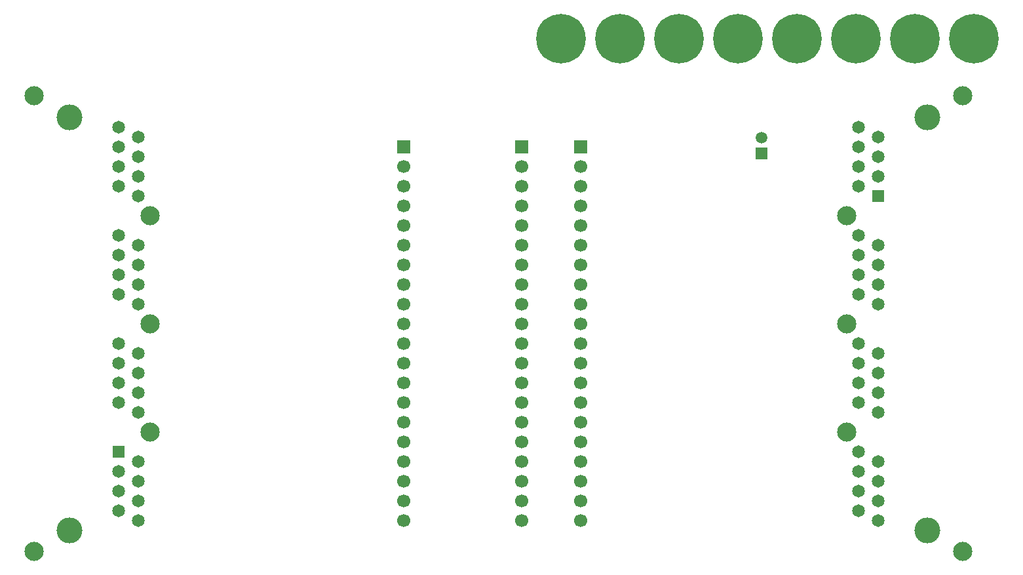
<source format=gbs>
%TF.GenerationSoftware,KiCad,Pcbnew,9.0.4*%
%TF.CreationDate,2025-09-13T10:50:57+02:00*%
%TF.ProjectId,HCP65 40 Pin Tester,48435036-3520-4343-9020-50696e205465,V1*%
%TF.SameCoordinates,Original*%
%TF.FileFunction,Soldermask,Bot*%
%TF.FilePolarity,Negative*%
%FSLAX46Y46*%
G04 Gerber Fmt 4.6, Leading zero omitted, Abs format (unit mm)*
G04 Created by KiCad (PCBNEW 9.0.4) date 2025-09-13 10:50:57*
%MOMM*%
%LPD*%
G01*
G04 APERTURE LIST*
%ADD10C,6.400000*%
%ADD11R,1.500000X1.500000*%
%ADD12C,1.500000*%
%ADD13C,3.330000*%
%ADD14R,1.650000X1.650000*%
%ADD15C,1.650000*%
%ADD16C,2.475000*%
%ADD17R,1.700000X1.700000*%
%ADD18C,1.700000*%
G04 APERTURE END LIST*
D10*
%TO.C,H5*%
X80010000Y11430000D03*
%TD*%
%TO.C,H4*%
X72390000Y11430000D03*
%TD*%
D11*
%TO.C,C10*%
X83058000Y-3429000D03*
D12*
X83058000Y-1428999D03*
%TD*%
D10*
%TO.C,H2*%
X57150000Y11430000D03*
%TD*%
%TO.C,H6*%
X95250000Y11430000D03*
%TD*%
D13*
%TO.C,J1*%
X-6350000Y1270000D03*
X-6350000Y-52070000D03*
D14*
X0Y-41910000D03*
D15*
X2540000Y-43180000D03*
X0Y-44450000D03*
X2540000Y-45720000D03*
X0Y-46989999D03*
X2540000Y-48260000D03*
X0Y-49530000D03*
X2540000Y-50800000D03*
X0Y-27940000D03*
X2540000Y-29210000D03*
X0Y-30479999D03*
X2540000Y-31750000D03*
X0Y-33020000D03*
X2540000Y-34290000D03*
X0Y-35560000D03*
X2540000Y-36830000D03*
X0Y-13970001D03*
X2540000Y-15240000D03*
X0Y-16510000D03*
X2540000Y-17780000D03*
X0Y-19050000D03*
X2540000Y-20320000D03*
X0Y-21590000D03*
X2540000Y-22860000D03*
X0Y0D03*
X2540000Y-1270000D03*
X0Y-2540000D03*
X2540000Y-3810000D03*
X0Y-5080000D03*
X2540000Y-6350000D03*
X0Y-7619999D03*
X2540000Y-8890000D03*
D16*
X-10920000Y4060000D03*
X4060000Y-11430000D03*
X4060000Y-25400001D03*
X4060000Y-39370000D03*
X-10920000Y-54860000D03*
%TD*%
D10*
%TO.C,H1*%
X110490000Y11430000D03*
%TD*%
D17*
%TO.C,J8*%
X36830000Y-2540000D03*
D18*
X36830000Y-5080000D03*
X36830000Y-7619999D03*
X36830000Y-10160000D03*
X36830000Y-12700000D03*
X36830000Y-15240000D03*
X36830000Y-17780000D03*
X36830000Y-20320001D03*
X36830000Y-22860000D03*
X36830000Y-25400000D03*
X36830000Y-27940000D03*
X36830000Y-30479999D03*
X36830000Y-33020000D03*
X36830000Y-35560000D03*
X36830000Y-38100000D03*
X36830000Y-40639999D03*
X36830000Y-43180001D03*
X36830000Y-45720000D03*
X36830000Y-48260000D03*
X36830000Y-50800000D03*
%TD*%
D10*
%TO.C,H7*%
X87630000Y11430000D03*
%TD*%
%TO.C,H8*%
X102870000Y11430000D03*
%TD*%
D17*
%TO.C,J3*%
X52070000Y-2540000D03*
D18*
X52070000Y-5080000D03*
X52070000Y-7619999D03*
X52070000Y-10160000D03*
X52070000Y-12700000D03*
X52070000Y-15240000D03*
X52070000Y-17780000D03*
X52070000Y-20320001D03*
X52070000Y-22860000D03*
X52070000Y-25400000D03*
X52070000Y-27940000D03*
X52070000Y-30479999D03*
X52070000Y-33020000D03*
X52070000Y-35560000D03*
X52070000Y-38100000D03*
X52070000Y-40639999D03*
X52070000Y-43180001D03*
X52070000Y-45720000D03*
X52070000Y-48260000D03*
X52070000Y-50800000D03*
%TD*%
D13*
%TO.C,J4*%
X104523500Y-52070000D03*
X104523500Y1270000D03*
D14*
X98173500Y-8890000D03*
D15*
X95633500Y-7620000D03*
X98173500Y-6350000D03*
X95633500Y-5080000D03*
X98173500Y-3810001D03*
X95633500Y-2540000D03*
X98173500Y-1270000D03*
X95633500Y0D03*
X98173500Y-22860000D03*
X95633500Y-21590000D03*
X98173500Y-20320001D03*
X95633500Y-19050000D03*
X98173500Y-17780000D03*
X95633500Y-16510000D03*
X98173500Y-15240000D03*
X95633500Y-13970000D03*
X98173500Y-36829999D03*
X95633500Y-35560000D03*
X98173500Y-34290000D03*
X95633500Y-33020000D03*
X98173500Y-31750000D03*
X95633500Y-30480000D03*
X98173500Y-29210000D03*
X95633500Y-27940000D03*
X98173500Y-50800000D03*
X95633500Y-49530000D03*
X98173500Y-48260000D03*
X95633500Y-46990000D03*
X98173500Y-45720000D03*
X95633500Y-44450000D03*
X98173500Y-43180001D03*
X95633500Y-41910000D03*
D16*
X109093500Y-54860000D03*
X94113500Y-39370000D03*
X94113500Y-25399999D03*
X94113500Y-11430000D03*
X109093500Y4060000D03*
%TD*%
D17*
%TO.C,J9*%
X59690000Y-2540000D03*
D18*
X59690000Y-5080000D03*
X59690000Y-7619999D03*
X59690000Y-10160000D03*
X59690000Y-12700000D03*
X59690000Y-15240000D03*
X59690000Y-17780000D03*
X59690000Y-20320001D03*
X59690000Y-22860000D03*
X59690000Y-25400000D03*
X59690000Y-27940000D03*
X59690000Y-30479999D03*
X59690000Y-33020000D03*
X59690000Y-35560000D03*
X59690000Y-38100000D03*
X59690000Y-40639999D03*
X59690000Y-43180001D03*
X59690000Y-45720000D03*
X59690000Y-48260000D03*
X59690000Y-50800000D03*
%TD*%
D10*
%TO.C,H3*%
X64770000Y11430000D03*
%TD*%
M02*

</source>
